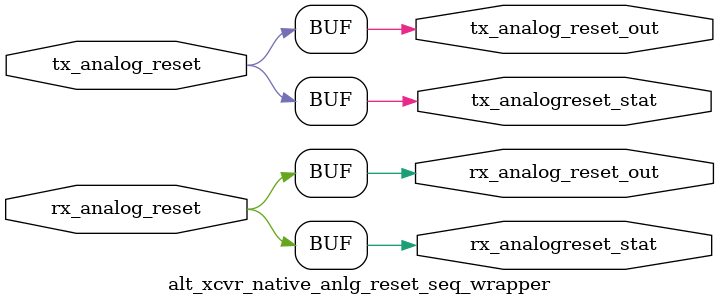
<source format=sv>


`timescale 1ps/1ps

module alt_xcvr_native_anlg_reset_seq_wrapper
#(	
	parameter CLK_FREQ_IN_HZ = 100000000,
	parameter DEFAULT_RESET_SEPARATION_NS = 100,
	parameter TX_ANALOG_RESET_SEPARATION_NS = 100,	
	parameter RX_ANALOG_RESET_SEPARATION_NS = 100,	
	parameter ENABLE_RESET_SEQUENCER = 0,	
	parameter TX_ENABLE = 1,
	parameter RX_ENABLE = 1,	
	parameter NUM_CHANNELS = 1,
	parameter REDUCED_RESET_SIM_TIME = 0
)(    
	input wire  [NUM_CHANNELS-1:0] tx_analog_reset,
	input wire  [NUM_CHANNELS-1:0] rx_analog_reset,	
	output wire [NUM_CHANNELS-1:0] tx_analogreset_stat,
	output wire [NUM_CHANNELS-1:0] rx_analogreset_stat,	
	output wire [NUM_CHANNELS-1:0] tx_analog_reset_out,
	output wire [NUM_CHANNELS-1:0] rx_analog_reset_out	
);

wire clk;
wire reset_n;

//***************************************************************************
// Getting the clock from Master TRS
//***************************************************************************
altera_s10_xcvr_clkout_endpoint clock_endpoint (	
	.clk_out(clk)
);	

//***************************************************************************
// Need to self-generate internal reset signal
//***************************************************************************
alt_xcvr_resync_std #(
	.SYNC_CHAIN_LENGTH(3),
	.INIT_VALUE(0)
) reset_n_generator (
	.clk	 (clk),
	.reset (1'b0),
	.d		 (1'b1),
	.q		 (reset_n)
);

//***************************************************************************
//*********************** Reset sequencer************************************
genvar ig;
generate	
	if (ENABLE_RESET_SEQUENCER) begin : g_trs		
		if (TX_ENABLE) begin
			// tx_analog_reset
			alt_xcvr_native_anlg_reset_seq #(	
				.CLK_FREQ_IN_HZ					      (CLK_FREQ_IN_HZ),
				.DEFAULT_RESET_SEPARATION_NS	(DEFAULT_RESET_SEPARATION_NS),
				.RESET_SEPARATION_NS			    (TX_ANALOG_RESET_SEPARATION_NS),	
				.NUM_RESETS						        (NUM_CHANNELS),
				.REDUCED_RESET_SIM_TIME       (REDUCED_RESET_SIM_TIME)
			) tx_anlg_reset_seq (
				.clk				    (clk),		
				.reset_n			  (reset_n),
				.reset_in			  (tx_analog_reset),
				.reset_out			(tx_analog_reset_out),
				.reset_stat_out	(tx_analogreset_stat)
			);

		end else begin
		   assign tx_analog_reset_out = {NUM_CHANNELS{1'b0}};
		   assign tx_analogreset_stat = {NUM_CHANNELS{1'b0}};
		end
		
		if (RX_ENABLE) begin
			// rx_analog_reset
			alt_xcvr_native_anlg_reset_seq #(	
				.CLK_FREQ_IN_HZ					      (CLK_FREQ_IN_HZ),
				.DEFAULT_RESET_SEPARATION_NS	(DEFAULT_RESET_SEPARATION_NS),
				.RESET_SEPARATION_NS			    (RX_ANALOG_RESET_SEPARATION_NS),	
				.NUM_RESETS						        (NUM_CHANNELS),
				.REDUCED_RESET_SIM_TIME       (REDUCED_RESET_SIM_TIME)
			) rx_anlg_reset_seq (
				.clk				    (clk),		
				.reset_n			  (reset_n),
				.reset_in			  (rx_analog_reset),
				.reset_out			(rx_analog_reset_out),
				.reset_stat_out	(rx_analogreset_stat)
			);

		end else begin
		   assign rx_analog_reset_out = {NUM_CHANNELS{1'b0}};
		   assign rx_analogreset_stat = {NUM_CHANNELS{1'b0}};
		end
	end else begin : g_no_trs
		
		assign tx_analogreset_stat = tx_analog_reset;	
		assign rx_analogreset_stat = rx_analog_reset;		
		assign tx_analog_reset_out = tx_analog_reset;
		assign rx_analog_reset_out = rx_analog_reset;

	end

endgenerate

//******************* End reset sequencer ***********************************
//***************************************************************************

endmodule

</source>
